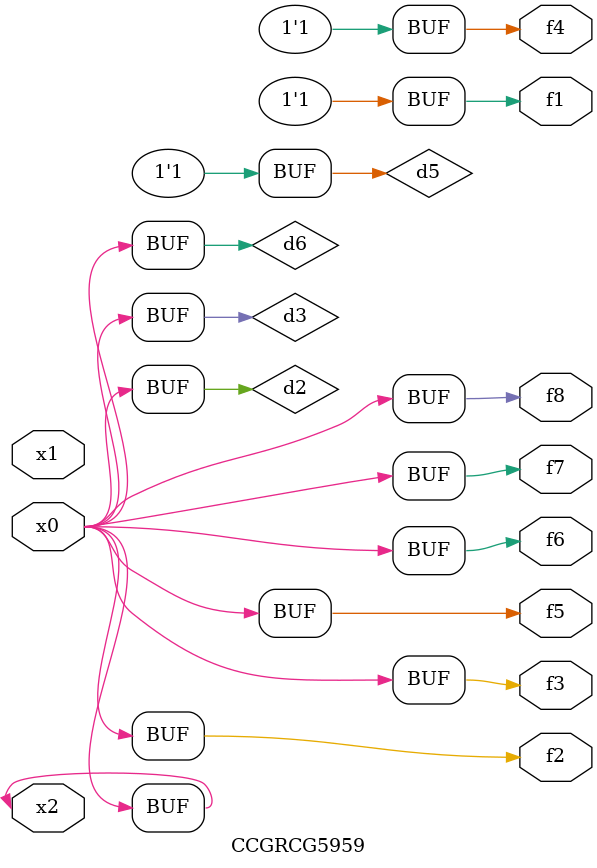
<source format=v>
module CCGRCG5959(
	input x0, x1, x2,
	output f1, f2, f3, f4, f5, f6, f7, f8
);

	wire d1, d2, d3, d4, d5, d6;

	xnor (d1, x2);
	buf (d2, x0, x2);
	and (d3, x0);
	xnor (d4, x1, x2);
	nand (d5, d1, d3);
	buf (d6, d2, d3);
	assign f1 = d5;
	assign f2 = d6;
	assign f3 = d6;
	assign f4 = d5;
	assign f5 = d6;
	assign f6 = d6;
	assign f7 = d6;
	assign f8 = d6;
endmodule

</source>
